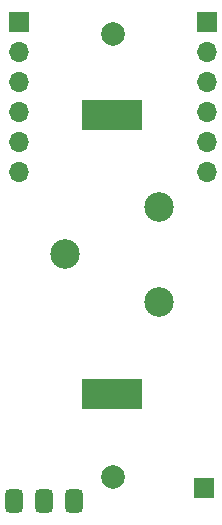
<source format=gbr>
%TF.GenerationSoftware,KiCad,Pcbnew,(6.0.5)*%
%TF.CreationDate,2022-05-21T08:56:41+02:00*%
%TF.ProjectId,LoraTrigger,4c6f7261-5472-4696-9767-65722e6b6963,rev?*%
%TF.SameCoordinates,Original*%
%TF.FileFunction,Soldermask,Bot*%
%TF.FilePolarity,Negative*%
%FSLAX46Y46*%
G04 Gerber Fmt 4.6, Leading zero omitted, Abs format (unit mm)*
G04 Created by KiCad (PCBNEW (6.0.5)) date 2022-05-21 08:56:41*
%MOMM*%
%LPD*%
G01*
G04 APERTURE LIST*
G04 Aperture macros list*
%AMRoundRect*
0 Rectangle with rounded corners*
0 $1 Rounding radius*
0 $2 $3 $4 $5 $6 $7 $8 $9 X,Y pos of 4 corners*
0 Add a 4 corners polygon primitive as box body*
4,1,4,$2,$3,$4,$5,$6,$7,$8,$9,$2,$3,0*
0 Add four circle primitives for the rounded corners*
1,1,$1+$1,$2,$3*
1,1,$1+$1,$4,$5*
1,1,$1+$1,$6,$7*
1,1,$1+$1,$8,$9*
0 Add four rect primitives between the rounded corners*
20,1,$1+$1,$2,$3,$4,$5,0*
20,1,$1+$1,$4,$5,$6,$7,0*
20,1,$1+$1,$6,$7,$8,$9,0*
20,1,$1+$1,$8,$9,$2,$3,0*%
G04 Aperture macros list end*
%ADD10R,1.700000X1.700000*%
%ADD11RoundRect,0.375000X-0.375000X-0.625000X0.375000X-0.625000X0.375000X0.625000X-0.375000X0.625000X0*%
%ADD12C,2.000000*%
%ADD13O,1.700000X1.700000*%
%ADD14R,5.100000X2.500000*%
%ADD15C,2.500000*%
G04 APERTURE END LIST*
D10*
X116205000Y-80518000D03*
D11*
X100110000Y-81552000D03*
X102650000Y-81552000D03*
X105190000Y-81552000D03*
D12*
X108450000Y-42050000D03*
X108450000Y-79550000D03*
D10*
X100500000Y-41050000D03*
D13*
X100500000Y-43590000D03*
X100500000Y-46130000D03*
X100500000Y-48670000D03*
X100500000Y-51210000D03*
X100500000Y-53750000D03*
D10*
X116400000Y-41050000D03*
D13*
X116400000Y-43590000D03*
X116400000Y-46130000D03*
X116400000Y-48670000D03*
X116400000Y-51210000D03*
X116400000Y-53750000D03*
D14*
X108400000Y-72500000D03*
X108400000Y-48900000D03*
D15*
X112400000Y-56700000D03*
X112400000Y-64700000D03*
X104400000Y-60700000D03*
M02*

</source>
